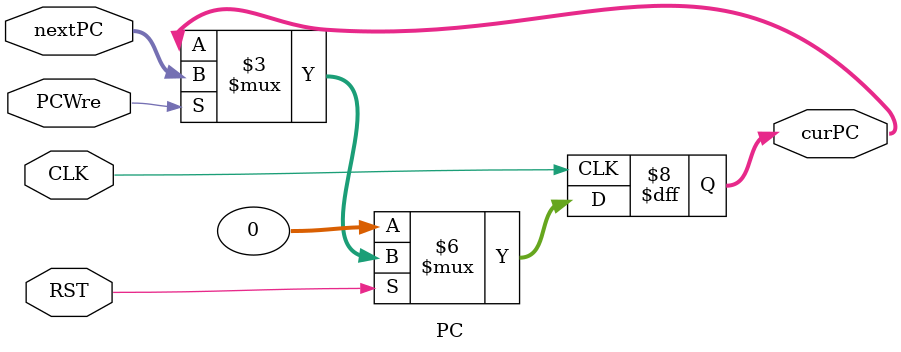
<source format=v>
`timescale 1ns / 1ps


module PC(
 input   CLK,RST,PCWre,
   input   [31:0] nextPC,
   output  reg [31:0] curPC
    );
    always@(negedge CLK) begin
        if( RST == 0 ) curPC <= 0;
        else if (PCWre) curPC <= nextPC;
      end
  endmodule

</source>
